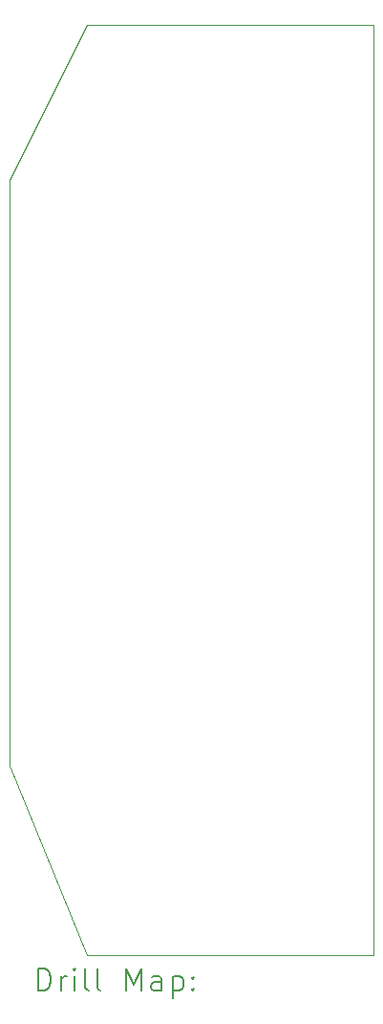
<source format=gbr>
%FSLAX45Y45*%
G04 Gerber Fmt 4.5, Leading zero omitted, Abs format (unit mm)*
G04 Created by KiCad (PCBNEW (6.0.0)) date 2023-01-29 20:39:41*
%MOMM*%
%LPD*%
G01*
G04 APERTURE LIST*
%TA.AperFunction,Profile*%
%ADD10C,0.100000*%
%TD*%
%ADD11C,0.200000*%
G04 APERTURE END LIST*
D10*
X14655800Y-3733800D02*
X14655800Y-11963400D01*
X12115800Y-3733800D02*
X14655800Y-3733800D01*
X12115800Y-11963400D02*
X11430000Y-10287000D01*
X11430000Y-5105400D02*
X12115800Y-3733800D01*
X11430000Y-10287000D02*
X11430000Y-5105400D01*
X14655800Y-11963400D02*
X12115800Y-11963400D01*
D11*
X11682619Y-12278876D02*
X11682619Y-12078876D01*
X11730238Y-12078876D01*
X11758809Y-12088400D01*
X11777857Y-12107448D01*
X11787381Y-12126495D01*
X11796905Y-12164590D01*
X11796905Y-12193162D01*
X11787381Y-12231257D01*
X11777857Y-12250305D01*
X11758809Y-12269352D01*
X11730238Y-12278876D01*
X11682619Y-12278876D01*
X11882619Y-12278876D02*
X11882619Y-12145543D01*
X11882619Y-12183638D02*
X11892143Y-12164590D01*
X11901667Y-12155067D01*
X11920714Y-12145543D01*
X11939762Y-12145543D01*
X12006428Y-12278876D02*
X12006428Y-12145543D01*
X12006428Y-12078876D02*
X11996905Y-12088400D01*
X12006428Y-12097924D01*
X12015952Y-12088400D01*
X12006428Y-12078876D01*
X12006428Y-12097924D01*
X12130238Y-12278876D02*
X12111190Y-12269352D01*
X12101667Y-12250305D01*
X12101667Y-12078876D01*
X12235000Y-12278876D02*
X12215952Y-12269352D01*
X12206428Y-12250305D01*
X12206428Y-12078876D01*
X12463571Y-12278876D02*
X12463571Y-12078876D01*
X12530238Y-12221733D01*
X12596905Y-12078876D01*
X12596905Y-12278876D01*
X12777857Y-12278876D02*
X12777857Y-12174114D01*
X12768333Y-12155067D01*
X12749286Y-12145543D01*
X12711190Y-12145543D01*
X12692143Y-12155067D01*
X12777857Y-12269352D02*
X12758809Y-12278876D01*
X12711190Y-12278876D01*
X12692143Y-12269352D01*
X12682619Y-12250305D01*
X12682619Y-12231257D01*
X12692143Y-12212209D01*
X12711190Y-12202686D01*
X12758809Y-12202686D01*
X12777857Y-12193162D01*
X12873095Y-12145543D02*
X12873095Y-12345543D01*
X12873095Y-12155067D02*
X12892143Y-12145543D01*
X12930238Y-12145543D01*
X12949286Y-12155067D01*
X12958809Y-12164590D01*
X12968333Y-12183638D01*
X12968333Y-12240781D01*
X12958809Y-12259828D01*
X12949286Y-12269352D01*
X12930238Y-12278876D01*
X12892143Y-12278876D01*
X12873095Y-12269352D01*
X13054048Y-12259828D02*
X13063571Y-12269352D01*
X13054048Y-12278876D01*
X13044524Y-12269352D01*
X13054048Y-12259828D01*
X13054048Y-12278876D01*
X13054048Y-12155067D02*
X13063571Y-12164590D01*
X13054048Y-12174114D01*
X13044524Y-12164590D01*
X13054048Y-12155067D01*
X13054048Y-12174114D01*
M02*

</source>
